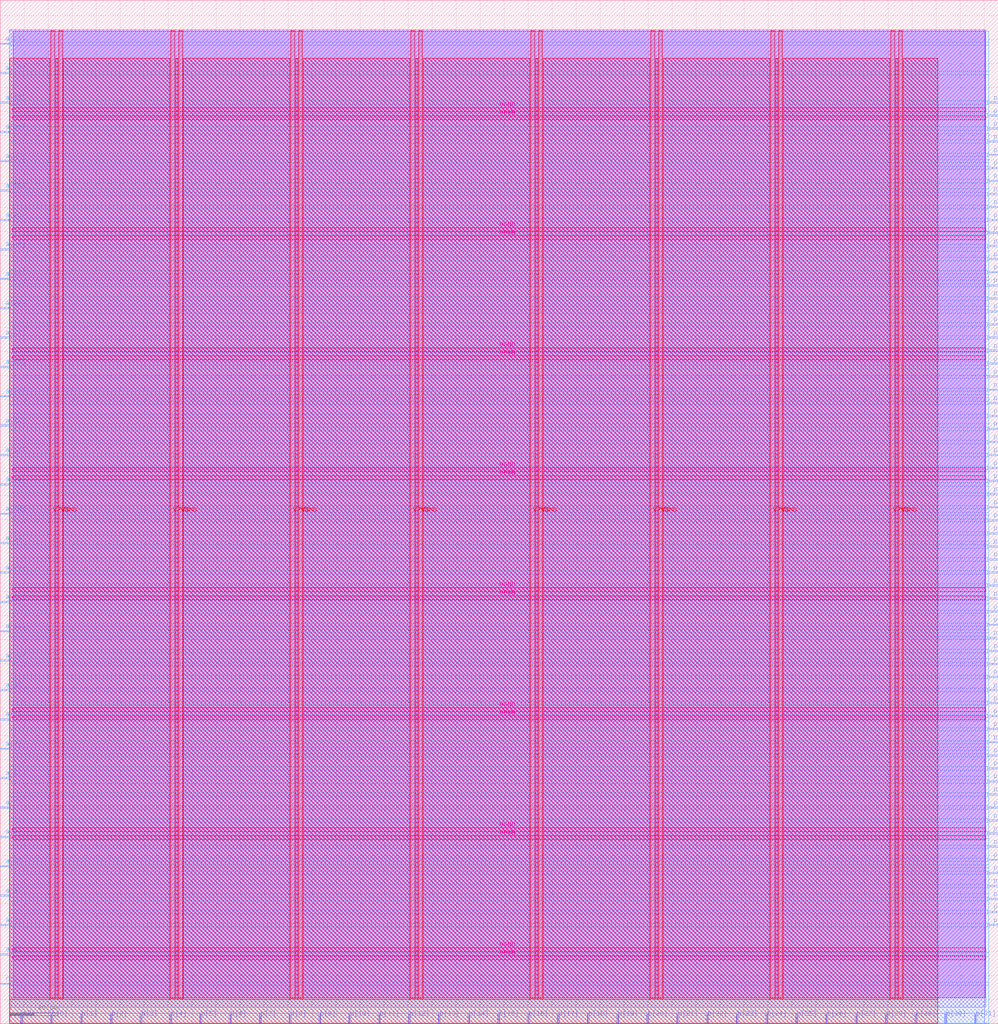
<source format=lef>
VERSION 5.7 ;
  NOWIREEXTENSIONATPIN ON ;
  DIVIDERCHAR "/" ;
  BUSBITCHARS "[]" ;
MACRO pipelined_mult
  CLASS BLOCK ;
  FOREIGN pipelined_mult ;
  ORIGIN 0.000 0.000 ;
  SIZE 415.845 BY 426.565 ;
  PIN VGND
    DIRECTION INOUT ;
    USE GROUND ;
    PORT
      LAYER met4 ;
        RECT 24.340 10.640 25.940 413.680 ;
    END
    PORT
      LAYER met4 ;
        RECT 74.340 10.640 75.940 413.680 ;
    END
    PORT
      LAYER met4 ;
        RECT 124.340 10.640 125.940 413.680 ;
    END
    PORT
      LAYER met4 ;
        RECT 174.340 10.640 175.940 413.680 ;
    END
    PORT
      LAYER met4 ;
        RECT 224.340 10.640 225.940 413.680 ;
    END
    PORT
      LAYER met4 ;
        RECT 274.340 10.640 275.940 413.680 ;
    END
    PORT
      LAYER met4 ;
        RECT 324.340 10.640 325.940 413.680 ;
    END
    PORT
      LAYER met4 ;
        RECT 374.340 10.640 375.940 413.680 ;
    END
    PORT
      LAYER met5 ;
        RECT 5.280 30.030 410.560 31.630 ;
    END
    PORT
      LAYER met5 ;
        RECT 5.280 80.030 410.560 81.630 ;
    END
    PORT
      LAYER met5 ;
        RECT 5.280 130.030 410.560 131.630 ;
    END
    PORT
      LAYER met5 ;
        RECT 5.280 180.030 410.560 181.630 ;
    END
    PORT
      LAYER met5 ;
        RECT 5.280 230.030 410.560 231.630 ;
    END
    PORT
      LAYER met5 ;
        RECT 5.280 280.030 410.560 281.630 ;
    END
    PORT
      LAYER met5 ;
        RECT 5.280 330.030 410.560 331.630 ;
    END
    PORT
      LAYER met5 ;
        RECT 5.280 380.030 410.560 381.630 ;
    END
  END VGND
  PIN VPWR
    DIRECTION INOUT ;
    USE POWER ;
    PORT
      LAYER met4 ;
        RECT 21.040 10.640 22.640 413.680 ;
    END
    PORT
      LAYER met4 ;
        RECT 71.040 10.640 72.640 413.680 ;
    END
    PORT
      LAYER met4 ;
        RECT 121.040 10.640 122.640 413.680 ;
    END
    PORT
      LAYER met4 ;
        RECT 171.040 10.640 172.640 413.680 ;
    END
    PORT
      LAYER met4 ;
        RECT 221.040 10.640 222.640 413.680 ;
    END
    PORT
      LAYER met4 ;
        RECT 271.040 10.640 272.640 413.680 ;
    END
    PORT
      LAYER met4 ;
        RECT 321.040 10.640 322.640 413.680 ;
    END
    PORT
      LAYER met4 ;
        RECT 371.040 10.640 372.640 413.680 ;
    END
    PORT
      LAYER met5 ;
        RECT 5.280 26.730 410.560 28.330 ;
    END
    PORT
      LAYER met5 ;
        RECT 5.280 76.730 410.560 78.330 ;
    END
    PORT
      LAYER met5 ;
        RECT 5.280 126.730 410.560 128.330 ;
    END
    PORT
      LAYER met5 ;
        RECT 5.280 176.730 410.560 178.330 ;
    END
    PORT
      LAYER met5 ;
        RECT 5.280 226.730 410.560 228.330 ;
    END
    PORT
      LAYER met5 ;
        RECT 5.280 276.730 410.560 278.330 ;
    END
    PORT
      LAYER met5 ;
        RECT 5.280 326.730 410.560 328.330 ;
    END
    PORT
      LAYER met5 ;
        RECT 5.280 376.730 410.560 378.330 ;
    END
  END VPWR
  PIN a[0]
    DIRECTION INPUT ;
    USE SIGNAL ;
    ANTENNAGATEAREA 0.196500 ;
    PORT
      LAYER met3 ;
        RECT 0.000 28.600 4.000 29.200 ;
    END
  END a[0]
  PIN a[10]
    DIRECTION INPUT ;
    USE SIGNAL ;
    ANTENNAGATEAREA 0.196500 ;
    PORT
      LAYER met3 ;
        RECT 0.000 151.000 4.000 151.600 ;
    END
  END a[10]
  PIN a[11]
    DIRECTION INPUT ;
    USE SIGNAL ;
    ANTENNAGATEAREA 0.196500 ;
    PORT
      LAYER met3 ;
        RECT 0.000 163.240 4.000 163.840 ;
    END
  END a[11]
  PIN a[12]
    DIRECTION INPUT ;
    USE SIGNAL ;
    ANTENNAGATEAREA 0.196500 ;
    PORT
      LAYER met3 ;
        RECT 0.000 175.480 4.000 176.080 ;
    END
  END a[12]
  PIN a[13]
    DIRECTION INPUT ;
    USE SIGNAL ;
    ANTENNAGATEAREA 0.196500 ;
    PORT
      LAYER met3 ;
        RECT 0.000 187.720 4.000 188.320 ;
    END
  END a[13]
  PIN a[14]
    DIRECTION INPUT ;
    USE SIGNAL ;
    ANTENNAGATEAREA 0.196500 ;
    PORT
      LAYER met3 ;
        RECT 0.000 199.960 4.000 200.560 ;
    END
  END a[14]
  PIN a[15]
    DIRECTION INPUT ;
    USE SIGNAL ;
    ANTENNAGATEAREA 0.196500 ;
    PORT
      LAYER met3 ;
        RECT 0.000 212.200 4.000 212.800 ;
    END
  END a[15]
  PIN a[16]
    DIRECTION INPUT ;
    USE SIGNAL ;
    ANTENNAGATEAREA 0.196500 ;
    PORT
      LAYER met3 ;
        RECT 0.000 224.440 4.000 225.040 ;
    END
  END a[16]
  PIN a[17]
    DIRECTION INPUT ;
    USE SIGNAL ;
    ANTENNAGATEAREA 0.196500 ;
    PORT
      LAYER met3 ;
        RECT 0.000 236.680 4.000 237.280 ;
    END
  END a[17]
  PIN a[18]
    DIRECTION INPUT ;
    USE SIGNAL ;
    ANTENNAGATEAREA 0.196500 ;
    PORT
      LAYER met3 ;
        RECT 0.000 248.920 4.000 249.520 ;
    END
  END a[18]
  PIN a[19]
    DIRECTION INPUT ;
    USE SIGNAL ;
    ANTENNAGATEAREA 0.196500 ;
    PORT
      LAYER met3 ;
        RECT 0.000 261.160 4.000 261.760 ;
    END
  END a[19]
  PIN a[1]
    DIRECTION INPUT ;
    USE SIGNAL ;
    ANTENNAGATEAREA 0.196500 ;
    PORT
      LAYER met3 ;
        RECT 0.000 40.840 4.000 41.440 ;
    END
  END a[1]
  PIN a[20]
    DIRECTION INPUT ;
    USE SIGNAL ;
    ANTENNAGATEAREA 0.196500 ;
    PORT
      LAYER met3 ;
        RECT 0.000 273.400 4.000 274.000 ;
    END
  END a[20]
  PIN a[21]
    DIRECTION INPUT ;
    USE SIGNAL ;
    ANTENNAGATEAREA 0.196500 ;
    PORT
      LAYER met3 ;
        RECT 0.000 285.640 4.000 286.240 ;
    END
  END a[21]
  PIN a[22]
    DIRECTION INPUT ;
    USE SIGNAL ;
    ANTENNAGATEAREA 0.196500 ;
    PORT
      LAYER met3 ;
        RECT 0.000 297.880 4.000 298.480 ;
    END
  END a[22]
  PIN a[23]
    DIRECTION INPUT ;
    USE SIGNAL ;
    ANTENNAGATEAREA 0.196500 ;
    PORT
      LAYER met3 ;
        RECT 0.000 310.120 4.000 310.720 ;
    END
  END a[23]
  PIN a[24]
    DIRECTION INPUT ;
    USE SIGNAL ;
    ANTENNAGATEAREA 0.196500 ;
    PORT
      LAYER met3 ;
        RECT 0.000 322.360 4.000 322.960 ;
    END
  END a[24]
  PIN a[25]
    DIRECTION INPUT ;
    USE SIGNAL ;
    ANTENNAGATEAREA 0.196500 ;
    PORT
      LAYER met3 ;
        RECT 0.000 334.600 4.000 335.200 ;
    END
  END a[25]
  PIN a[26]
    DIRECTION INPUT ;
    USE SIGNAL ;
    ANTENNAGATEAREA 0.196500 ;
    PORT
      LAYER met3 ;
        RECT 0.000 346.840 4.000 347.440 ;
    END
  END a[26]
  PIN a[27]
    DIRECTION INPUT ;
    USE SIGNAL ;
    ANTENNAGATEAREA 0.196500 ;
    PORT
      LAYER met3 ;
        RECT 0.000 359.080 4.000 359.680 ;
    END
  END a[27]
  PIN a[28]
    DIRECTION INPUT ;
    USE SIGNAL ;
    ANTENNAGATEAREA 0.196500 ;
    PORT
      LAYER met3 ;
        RECT 0.000 371.320 4.000 371.920 ;
    END
  END a[28]
  PIN a[29]
    DIRECTION INPUT ;
    USE SIGNAL ;
    ANTENNAGATEAREA 0.196500 ;
    PORT
      LAYER met3 ;
        RECT 0.000 383.560 4.000 384.160 ;
    END
  END a[29]
  PIN a[2]
    DIRECTION INPUT ;
    USE SIGNAL ;
    ANTENNAGATEAREA 0.196500 ;
    PORT
      LAYER met3 ;
        RECT 0.000 53.080 4.000 53.680 ;
    END
  END a[2]
  PIN a[30]
    DIRECTION INPUT ;
    USE SIGNAL ;
    ANTENNAGATEAREA 0.196500 ;
    PORT
      LAYER met3 ;
        RECT 0.000 395.800 4.000 396.400 ;
    END
  END a[30]
  PIN a[31]
    DIRECTION INPUT ;
    USE SIGNAL ;
    ANTENNAGATEAREA 0.196500 ;
    PORT
      LAYER met3 ;
        RECT 0.000 408.040 4.000 408.640 ;
    END
  END a[31]
  PIN a[3]
    DIRECTION INPUT ;
    USE SIGNAL ;
    ANTENNAGATEAREA 0.196500 ;
    PORT
      LAYER met3 ;
        RECT 0.000 65.320 4.000 65.920 ;
    END
  END a[3]
  PIN a[4]
    DIRECTION INPUT ;
    USE SIGNAL ;
    ANTENNAGATEAREA 0.196500 ;
    PORT
      LAYER met3 ;
        RECT 0.000 77.560 4.000 78.160 ;
    END
  END a[4]
  PIN a[5]
    DIRECTION INPUT ;
    USE SIGNAL ;
    ANTENNAGATEAREA 0.196500 ;
    PORT
      LAYER met3 ;
        RECT 0.000 89.800 4.000 90.400 ;
    END
  END a[5]
  PIN a[6]
    DIRECTION INPUT ;
    USE SIGNAL ;
    ANTENNAGATEAREA 0.196500 ;
    PORT
      LAYER met3 ;
        RECT 0.000 102.040 4.000 102.640 ;
    END
  END a[6]
  PIN a[7]
    DIRECTION INPUT ;
    USE SIGNAL ;
    ANTENNAGATEAREA 0.196500 ;
    PORT
      LAYER met3 ;
        RECT 0.000 114.280 4.000 114.880 ;
    END
  END a[7]
  PIN a[8]
    DIRECTION INPUT ;
    USE SIGNAL ;
    ANTENNAGATEAREA 0.196500 ;
    PORT
      LAYER met3 ;
        RECT 0.000 126.520 4.000 127.120 ;
    END
  END a[8]
  PIN a[9]
    DIRECTION INPUT ;
    USE SIGNAL ;
    ANTENNAGATEAREA 0.196500 ;
    PORT
      LAYER met3 ;
        RECT 0.000 138.760 4.000 139.360 ;
    END
  END a[9]
  PIN b[0]
    DIRECTION INPUT ;
    USE SIGNAL ;
    ANTENNAGATEAREA 0.196500 ;
    PORT
      LAYER met2 ;
        RECT 21.250 0.000 21.530 4.000 ;
    END
  END b[0]
  PIN b[10]
    DIRECTION INPUT ;
    USE SIGNAL ;
    ANTENNAGATEAREA 0.196500 ;
    PORT
      LAYER met2 ;
        RECT 145.450 0.000 145.730 4.000 ;
    END
  END b[10]
  PIN b[11]
    DIRECTION INPUT ;
    USE SIGNAL ;
    ANTENNAGATEAREA 0.196500 ;
    PORT
      LAYER met2 ;
        RECT 157.870 0.000 158.150 4.000 ;
    END
  END b[11]
  PIN b[12]
    DIRECTION INPUT ;
    USE SIGNAL ;
    ANTENNAGATEAREA 0.196500 ;
    PORT
      LAYER met2 ;
        RECT 170.290 0.000 170.570 4.000 ;
    END
  END b[12]
  PIN b[13]
    DIRECTION INPUT ;
    USE SIGNAL ;
    ANTENNAGATEAREA 0.196500 ;
    PORT
      LAYER met2 ;
        RECT 182.710 0.000 182.990 4.000 ;
    END
  END b[13]
  PIN b[14]
    DIRECTION INPUT ;
    USE SIGNAL ;
    ANTENNAGATEAREA 0.196500 ;
    PORT
      LAYER met2 ;
        RECT 195.130 0.000 195.410 4.000 ;
    END
  END b[14]
  PIN b[15]
    DIRECTION INPUT ;
    USE SIGNAL ;
    ANTENNAGATEAREA 0.196500 ;
    PORT
      LAYER met2 ;
        RECT 207.550 0.000 207.830 4.000 ;
    END
  END b[15]
  PIN b[16]
    DIRECTION INPUT ;
    USE SIGNAL ;
    ANTENNAGATEAREA 0.196500 ;
    PORT
      LAYER met2 ;
        RECT 219.970 0.000 220.250 4.000 ;
    END
  END b[16]
  PIN b[17]
    DIRECTION INPUT ;
    USE SIGNAL ;
    ANTENNAGATEAREA 0.196500 ;
    PORT
      LAYER met2 ;
        RECT 232.390 0.000 232.670 4.000 ;
    END
  END b[17]
  PIN b[18]
    DIRECTION INPUT ;
    USE SIGNAL ;
    ANTENNAGATEAREA 0.196500 ;
    PORT
      LAYER met2 ;
        RECT 244.810 0.000 245.090 4.000 ;
    END
  END b[18]
  PIN b[19]
    DIRECTION INPUT ;
    USE SIGNAL ;
    ANTENNAGATEAREA 0.196500 ;
    PORT
      LAYER met2 ;
        RECT 257.230 0.000 257.510 4.000 ;
    END
  END b[19]
  PIN b[1]
    DIRECTION INPUT ;
    USE SIGNAL ;
    ANTENNAGATEAREA 0.196500 ;
    PORT
      LAYER met2 ;
        RECT 33.670 0.000 33.950 4.000 ;
    END
  END b[1]
  PIN b[20]
    DIRECTION INPUT ;
    USE SIGNAL ;
    ANTENNAGATEAREA 0.196500 ;
    PORT
      LAYER met2 ;
        RECT 269.650 0.000 269.930 4.000 ;
    END
  END b[20]
  PIN b[21]
    DIRECTION INPUT ;
    USE SIGNAL ;
    ANTENNAGATEAREA 0.196500 ;
    PORT
      LAYER met2 ;
        RECT 282.070 0.000 282.350 4.000 ;
    END
  END b[21]
  PIN b[22]
    DIRECTION INPUT ;
    USE SIGNAL ;
    ANTENNAGATEAREA 0.196500 ;
    PORT
      LAYER met2 ;
        RECT 294.490 0.000 294.770 4.000 ;
    END
  END b[22]
  PIN b[23]
    DIRECTION INPUT ;
    USE SIGNAL ;
    ANTENNAGATEAREA 0.196500 ;
    PORT
      LAYER met2 ;
        RECT 306.910 0.000 307.190 4.000 ;
    END
  END b[23]
  PIN b[24]
    DIRECTION INPUT ;
    USE SIGNAL ;
    ANTENNAGATEAREA 0.196500 ;
    PORT
      LAYER met2 ;
        RECT 319.330 0.000 319.610 4.000 ;
    END
  END b[24]
  PIN b[25]
    DIRECTION INPUT ;
    USE SIGNAL ;
    ANTENNAGATEAREA 0.196500 ;
    PORT
      LAYER met2 ;
        RECT 331.750 0.000 332.030 4.000 ;
    END
  END b[25]
  PIN b[26]
    DIRECTION INPUT ;
    USE SIGNAL ;
    ANTENNAGATEAREA 0.196500 ;
    PORT
      LAYER met2 ;
        RECT 344.170 0.000 344.450 4.000 ;
    END
  END b[26]
  PIN b[27]
    DIRECTION INPUT ;
    USE SIGNAL ;
    ANTENNAGATEAREA 0.196500 ;
    PORT
      LAYER met2 ;
        RECT 356.590 0.000 356.870 4.000 ;
    END
  END b[27]
  PIN b[28]
    DIRECTION INPUT ;
    USE SIGNAL ;
    ANTENNAGATEAREA 0.196500 ;
    PORT
      LAYER met2 ;
        RECT 369.010 0.000 369.290 4.000 ;
    END
  END b[28]
  PIN b[29]
    DIRECTION INPUT ;
    USE SIGNAL ;
    ANTENNAGATEAREA 0.196500 ;
    PORT
      LAYER met2 ;
        RECT 381.430 0.000 381.710 4.000 ;
    END
  END b[29]
  PIN b[2]
    DIRECTION INPUT ;
    USE SIGNAL ;
    ANTENNAGATEAREA 0.196500 ;
    PORT
      LAYER met2 ;
        RECT 46.090 0.000 46.370 4.000 ;
    END
  END b[2]
  PIN b[30]
    DIRECTION INPUT ;
    USE SIGNAL ;
    ANTENNAGATEAREA 0.196500 ;
    PORT
      LAYER met2 ;
        RECT 393.850 0.000 394.130 4.000 ;
    END
  END b[30]
  PIN b[31]
    DIRECTION INPUT ;
    USE SIGNAL ;
    ANTENNAGATEAREA 0.196500 ;
    PORT
      LAYER met2 ;
        RECT 406.270 0.000 406.550 4.000 ;
    END
  END b[31]
  PIN b[3]
    DIRECTION INPUT ;
    USE SIGNAL ;
    ANTENNAGATEAREA 0.196500 ;
    PORT
      LAYER met2 ;
        RECT 58.510 0.000 58.790 4.000 ;
    END
  END b[3]
  PIN b[4]
    DIRECTION INPUT ;
    USE SIGNAL ;
    ANTENNAGATEAREA 0.196500 ;
    PORT
      LAYER met2 ;
        RECT 70.930 0.000 71.210 4.000 ;
    END
  END b[4]
  PIN b[5]
    DIRECTION INPUT ;
    USE SIGNAL ;
    ANTENNAGATEAREA 0.196500 ;
    PORT
      LAYER met2 ;
        RECT 83.350 0.000 83.630 4.000 ;
    END
  END b[5]
  PIN b[6]
    DIRECTION INPUT ;
    USE SIGNAL ;
    ANTENNAGATEAREA 0.196500 ;
    PORT
      LAYER met2 ;
        RECT 95.770 0.000 96.050 4.000 ;
    END
  END b[6]
  PIN b[7]
    DIRECTION INPUT ;
    USE SIGNAL ;
    ANTENNAGATEAREA 0.196500 ;
    PORT
      LAYER met2 ;
        RECT 108.190 0.000 108.470 4.000 ;
    END
  END b[7]
  PIN b[8]
    DIRECTION INPUT ;
    USE SIGNAL ;
    ANTENNAGATEAREA 0.196500 ;
    PORT
      LAYER met2 ;
        RECT 120.610 0.000 120.890 4.000 ;
    END
  END b[8]
  PIN b[9]
    DIRECTION INPUT ;
    USE SIGNAL ;
    ANTENNAGATEAREA 0.196500 ;
    PORT
      LAYER met2 ;
        RECT 133.030 0.000 133.310 4.000 ;
    END
  END b[9]
  PIN clk
    DIRECTION INPUT ;
    USE SIGNAL ;
    ANTENNAGATEAREA 0.852000 ;
    PORT
      LAYER met2 ;
        RECT 8.830 0.000 9.110 4.000 ;
    END
  END clk
  PIN p[0]
    DIRECTION OUTPUT ;
    USE SIGNAL ;
    ANTENNADIFFAREA 0.445500 ;
    PORT
      LAYER met3 ;
        RECT 411.845 40.840 415.845 41.440 ;
    END
  END p[0]
  PIN p[10]
    DIRECTION OUTPUT ;
    USE SIGNAL ;
    ANTENNADIFFAREA 0.445500 ;
    PORT
      LAYER met3 ;
        RECT 411.845 95.240 415.845 95.840 ;
    END
  END p[10]
  PIN p[11]
    DIRECTION OUTPUT ;
    USE SIGNAL ;
    ANTENNADIFFAREA 0.445500 ;
    PORT
      LAYER met3 ;
        RECT 411.845 100.680 415.845 101.280 ;
    END
  END p[11]
  PIN p[12]
    DIRECTION OUTPUT ;
    USE SIGNAL ;
    ANTENNADIFFAREA 0.445500 ;
    PORT
      LAYER met3 ;
        RECT 411.845 106.120 415.845 106.720 ;
    END
  END p[12]
  PIN p[13]
    DIRECTION OUTPUT ;
    USE SIGNAL ;
    ANTENNADIFFAREA 0.445500 ;
    PORT
      LAYER met3 ;
        RECT 411.845 111.560 415.845 112.160 ;
    END
  END p[13]
  PIN p[14]
    DIRECTION OUTPUT ;
    USE SIGNAL ;
    ANTENNADIFFAREA 0.445500 ;
    PORT
      LAYER met3 ;
        RECT 411.845 117.000 415.845 117.600 ;
    END
  END p[14]
  PIN p[15]
    DIRECTION OUTPUT ;
    USE SIGNAL ;
    ANTENNADIFFAREA 0.445500 ;
    PORT
      LAYER met3 ;
        RECT 411.845 122.440 415.845 123.040 ;
    END
  END p[15]
  PIN p[16]
    DIRECTION OUTPUT ;
    USE SIGNAL ;
    ANTENNADIFFAREA 0.445500 ;
    PORT
      LAYER met3 ;
        RECT 411.845 127.880 415.845 128.480 ;
    END
  END p[16]
  PIN p[17]
    DIRECTION OUTPUT ;
    USE SIGNAL ;
    ANTENNADIFFAREA 0.445500 ;
    PORT
      LAYER met3 ;
        RECT 411.845 133.320 415.845 133.920 ;
    END
  END p[17]
  PIN p[18]
    DIRECTION OUTPUT ;
    USE SIGNAL ;
    ANTENNADIFFAREA 0.445500 ;
    PORT
      LAYER met3 ;
        RECT 411.845 138.760 415.845 139.360 ;
    END
  END p[18]
  PIN p[19]
    DIRECTION OUTPUT ;
    USE SIGNAL ;
    ANTENNADIFFAREA 0.445500 ;
    PORT
      LAYER met3 ;
        RECT 411.845 144.200 415.845 144.800 ;
    END
  END p[19]
  PIN p[1]
    DIRECTION OUTPUT ;
    USE SIGNAL ;
    ANTENNADIFFAREA 0.445500 ;
    PORT
      LAYER met3 ;
        RECT 411.845 46.280 415.845 46.880 ;
    END
  END p[1]
  PIN p[20]
    DIRECTION OUTPUT ;
    USE SIGNAL ;
    ANTENNADIFFAREA 0.445500 ;
    PORT
      LAYER met3 ;
        RECT 411.845 149.640 415.845 150.240 ;
    END
  END p[20]
  PIN p[21]
    DIRECTION OUTPUT ;
    USE SIGNAL ;
    ANTENNADIFFAREA 0.445500 ;
    PORT
      LAYER met3 ;
        RECT 411.845 155.080 415.845 155.680 ;
    END
  END p[21]
  PIN p[22]
    DIRECTION OUTPUT ;
    USE SIGNAL ;
    ANTENNADIFFAREA 0.445500 ;
    PORT
      LAYER met3 ;
        RECT 411.845 160.520 415.845 161.120 ;
    END
  END p[22]
  PIN p[23]
    DIRECTION OUTPUT ;
    USE SIGNAL ;
    ANTENNADIFFAREA 0.445500 ;
    PORT
      LAYER met3 ;
        RECT 411.845 165.960 415.845 166.560 ;
    END
  END p[23]
  PIN p[24]
    DIRECTION OUTPUT ;
    USE SIGNAL ;
    ANTENNADIFFAREA 0.445500 ;
    PORT
      LAYER met3 ;
        RECT 411.845 171.400 415.845 172.000 ;
    END
  END p[24]
  PIN p[25]
    DIRECTION OUTPUT ;
    USE SIGNAL ;
    ANTENNADIFFAREA 0.445500 ;
    PORT
      LAYER met3 ;
        RECT 411.845 176.840 415.845 177.440 ;
    END
  END p[25]
  PIN p[26]
    DIRECTION OUTPUT ;
    USE SIGNAL ;
    ANTENNADIFFAREA 0.445500 ;
    PORT
      LAYER met3 ;
        RECT 411.845 182.280 415.845 182.880 ;
    END
  END p[26]
  PIN p[27]
    DIRECTION OUTPUT ;
    USE SIGNAL ;
    ANTENNADIFFAREA 0.445500 ;
    PORT
      LAYER met3 ;
        RECT 411.845 187.720 415.845 188.320 ;
    END
  END p[27]
  PIN p[28]
    DIRECTION OUTPUT ;
    USE SIGNAL ;
    ANTENNADIFFAREA 0.445500 ;
    PORT
      LAYER met3 ;
        RECT 411.845 193.160 415.845 193.760 ;
    END
  END p[28]
  PIN p[29]
    DIRECTION OUTPUT ;
    USE SIGNAL ;
    ANTENNADIFFAREA 0.445500 ;
    PORT
      LAYER met3 ;
        RECT 411.845 198.600 415.845 199.200 ;
    END
  END p[29]
  PIN p[2]
    DIRECTION OUTPUT ;
    USE SIGNAL ;
    ANTENNADIFFAREA 0.445500 ;
    PORT
      LAYER met3 ;
        RECT 411.845 51.720 415.845 52.320 ;
    END
  END p[2]
  PIN p[30]
    DIRECTION OUTPUT ;
    USE SIGNAL ;
    ANTENNADIFFAREA 0.445500 ;
    PORT
      LAYER met3 ;
        RECT 411.845 204.040 415.845 204.640 ;
    END
  END p[30]
  PIN p[31]
    DIRECTION OUTPUT ;
    USE SIGNAL ;
    ANTENNADIFFAREA 0.445500 ;
    PORT
      LAYER met3 ;
        RECT 411.845 209.480 415.845 210.080 ;
    END
  END p[31]
  PIN p[32]
    DIRECTION OUTPUT ;
    USE SIGNAL ;
    ANTENNADIFFAREA 0.445500 ;
    PORT
      LAYER met3 ;
        RECT 411.845 214.920 415.845 215.520 ;
    END
  END p[32]
  PIN p[33]
    DIRECTION OUTPUT ;
    USE SIGNAL ;
    ANTENNADIFFAREA 0.445500 ;
    PORT
      LAYER met3 ;
        RECT 411.845 220.360 415.845 220.960 ;
    END
  END p[33]
  PIN p[34]
    DIRECTION OUTPUT ;
    USE SIGNAL ;
    ANTENNADIFFAREA 0.445500 ;
    PORT
      LAYER met3 ;
        RECT 411.845 225.800 415.845 226.400 ;
    END
  END p[34]
  PIN p[35]
    DIRECTION OUTPUT ;
    USE SIGNAL ;
    ANTENNADIFFAREA 0.445500 ;
    PORT
      LAYER met3 ;
        RECT 411.845 231.240 415.845 231.840 ;
    END
  END p[35]
  PIN p[36]
    DIRECTION OUTPUT ;
    USE SIGNAL ;
    ANTENNADIFFAREA 0.445500 ;
    PORT
      LAYER met3 ;
        RECT 411.845 236.680 415.845 237.280 ;
    END
  END p[36]
  PIN p[37]
    DIRECTION OUTPUT ;
    USE SIGNAL ;
    ANTENNADIFFAREA 0.445500 ;
    PORT
      LAYER met3 ;
        RECT 411.845 242.120 415.845 242.720 ;
    END
  END p[37]
  PIN p[38]
    DIRECTION OUTPUT ;
    USE SIGNAL ;
    ANTENNADIFFAREA 0.445500 ;
    PORT
      LAYER met3 ;
        RECT 411.845 247.560 415.845 248.160 ;
    END
  END p[38]
  PIN p[39]
    DIRECTION OUTPUT ;
    USE SIGNAL ;
    ANTENNADIFFAREA 0.445500 ;
    PORT
      LAYER met3 ;
        RECT 411.845 253.000 415.845 253.600 ;
    END
  END p[39]
  PIN p[3]
    DIRECTION OUTPUT ;
    USE SIGNAL ;
    ANTENNADIFFAREA 0.445500 ;
    PORT
      LAYER met3 ;
        RECT 411.845 57.160 415.845 57.760 ;
    END
  END p[3]
  PIN p[40]
    DIRECTION OUTPUT ;
    USE SIGNAL ;
    ANTENNADIFFAREA 0.445500 ;
    PORT
      LAYER met3 ;
        RECT 411.845 258.440 415.845 259.040 ;
    END
  END p[40]
  PIN p[41]
    DIRECTION OUTPUT ;
    USE SIGNAL ;
    ANTENNADIFFAREA 0.445500 ;
    PORT
      LAYER met3 ;
        RECT 411.845 263.880 415.845 264.480 ;
    END
  END p[41]
  PIN p[42]
    DIRECTION OUTPUT ;
    USE SIGNAL ;
    ANTENNADIFFAREA 0.445500 ;
    PORT
      LAYER met3 ;
        RECT 411.845 269.320 415.845 269.920 ;
    END
  END p[42]
  PIN p[43]
    DIRECTION OUTPUT ;
    USE SIGNAL ;
    ANTENNADIFFAREA 0.445500 ;
    PORT
      LAYER met3 ;
        RECT 411.845 274.760 415.845 275.360 ;
    END
  END p[43]
  PIN p[44]
    DIRECTION OUTPUT ;
    USE SIGNAL ;
    ANTENNADIFFAREA 0.445500 ;
    PORT
      LAYER met3 ;
        RECT 411.845 280.200 415.845 280.800 ;
    END
  END p[44]
  PIN p[45]
    DIRECTION OUTPUT ;
    USE SIGNAL ;
    ANTENNADIFFAREA 0.445500 ;
    PORT
      LAYER met3 ;
        RECT 411.845 285.640 415.845 286.240 ;
    END
  END p[45]
  PIN p[46]
    DIRECTION OUTPUT ;
    USE SIGNAL ;
    ANTENNADIFFAREA 0.445500 ;
    PORT
      LAYER met3 ;
        RECT 411.845 291.080 415.845 291.680 ;
    END
  END p[46]
  PIN p[47]
    DIRECTION OUTPUT ;
    USE SIGNAL ;
    ANTENNADIFFAREA 0.445500 ;
    PORT
      LAYER met3 ;
        RECT 411.845 296.520 415.845 297.120 ;
    END
  END p[47]
  PIN p[48]
    DIRECTION OUTPUT ;
    USE SIGNAL ;
    ANTENNADIFFAREA 0.445500 ;
    PORT
      LAYER met3 ;
        RECT 411.845 301.960 415.845 302.560 ;
    END
  END p[48]
  PIN p[49]
    DIRECTION OUTPUT ;
    USE SIGNAL ;
    ANTENNADIFFAREA 0.445500 ;
    PORT
      LAYER met3 ;
        RECT 411.845 307.400 415.845 308.000 ;
    END
  END p[49]
  PIN p[4]
    DIRECTION OUTPUT ;
    USE SIGNAL ;
    ANTENNADIFFAREA 0.445500 ;
    PORT
      LAYER met3 ;
        RECT 411.845 62.600 415.845 63.200 ;
    END
  END p[4]
  PIN p[50]
    DIRECTION OUTPUT ;
    USE SIGNAL ;
    ANTENNADIFFAREA 0.445500 ;
    PORT
      LAYER met3 ;
        RECT 411.845 312.840 415.845 313.440 ;
    END
  END p[50]
  PIN p[51]
    DIRECTION OUTPUT ;
    USE SIGNAL ;
    ANTENNADIFFAREA 0.445500 ;
    PORT
      LAYER met3 ;
        RECT 411.845 318.280 415.845 318.880 ;
    END
  END p[51]
  PIN p[52]
    DIRECTION OUTPUT ;
    USE SIGNAL ;
    ANTENNADIFFAREA 0.445500 ;
    PORT
      LAYER met3 ;
        RECT 411.845 323.720 415.845 324.320 ;
    END
  END p[52]
  PIN p[53]
    DIRECTION OUTPUT ;
    USE SIGNAL ;
    ANTENNADIFFAREA 0.445500 ;
    PORT
      LAYER met3 ;
        RECT 411.845 329.160 415.845 329.760 ;
    END
  END p[53]
  PIN p[54]
    DIRECTION OUTPUT ;
    USE SIGNAL ;
    ANTENNADIFFAREA 0.445500 ;
    PORT
      LAYER met3 ;
        RECT 411.845 334.600 415.845 335.200 ;
    END
  END p[54]
  PIN p[55]
    DIRECTION OUTPUT ;
    USE SIGNAL ;
    ANTENNADIFFAREA 0.445500 ;
    PORT
      LAYER met3 ;
        RECT 411.845 340.040 415.845 340.640 ;
    END
  END p[55]
  PIN p[56]
    DIRECTION OUTPUT ;
    USE SIGNAL ;
    ANTENNADIFFAREA 0.445500 ;
    PORT
      LAYER met3 ;
        RECT 411.845 345.480 415.845 346.080 ;
    END
  END p[56]
  PIN p[57]
    DIRECTION OUTPUT ;
    USE SIGNAL ;
    ANTENNADIFFAREA 0.445500 ;
    PORT
      LAYER met3 ;
        RECT 411.845 350.920 415.845 351.520 ;
    END
  END p[57]
  PIN p[58]
    DIRECTION OUTPUT ;
    USE SIGNAL ;
    ANTENNADIFFAREA 0.445500 ;
    PORT
      LAYER met3 ;
        RECT 411.845 356.360 415.845 356.960 ;
    END
  END p[58]
  PIN p[59]
    DIRECTION OUTPUT ;
    USE SIGNAL ;
    ANTENNADIFFAREA 0.445500 ;
    PORT
      LAYER met3 ;
        RECT 411.845 361.800 415.845 362.400 ;
    END
  END p[59]
  PIN p[5]
    DIRECTION OUTPUT ;
    USE SIGNAL ;
    ANTENNADIFFAREA 0.445500 ;
    PORT
      LAYER met3 ;
        RECT 411.845 68.040 415.845 68.640 ;
    END
  END p[5]
  PIN p[60]
    DIRECTION OUTPUT ;
    USE SIGNAL ;
    ANTENNADIFFAREA 0.445500 ;
    PORT
      LAYER met3 ;
        RECT 411.845 367.240 415.845 367.840 ;
    END
  END p[60]
  PIN p[61]
    DIRECTION OUTPUT ;
    USE SIGNAL ;
    ANTENNADIFFAREA 0.445500 ;
    PORT
      LAYER met3 ;
        RECT 411.845 372.680 415.845 373.280 ;
    END
  END p[61]
  PIN p[62]
    DIRECTION OUTPUT ;
    USE SIGNAL ;
    ANTENNADIFFAREA 0.445500 ;
    PORT
      LAYER met3 ;
        RECT 411.845 378.120 415.845 378.720 ;
    END
  END p[62]
  PIN p[63]
    DIRECTION OUTPUT ;
    USE SIGNAL ;
    ANTENNADIFFAREA 0.445500 ;
    PORT
      LAYER met3 ;
        RECT 411.845 383.560 415.845 384.160 ;
    END
  END p[63]
  PIN p[6]
    DIRECTION OUTPUT ;
    USE SIGNAL ;
    ANTENNADIFFAREA 0.445500 ;
    PORT
      LAYER met3 ;
        RECT 411.845 73.480 415.845 74.080 ;
    END
  END p[6]
  PIN p[7]
    DIRECTION OUTPUT ;
    USE SIGNAL ;
    ANTENNADIFFAREA 0.445500 ;
    PORT
      LAYER met3 ;
        RECT 411.845 78.920 415.845 79.520 ;
    END
  END p[7]
  PIN p[8]
    DIRECTION OUTPUT ;
    USE SIGNAL ;
    ANTENNADIFFAREA 0.445500 ;
    PORT
      LAYER met3 ;
        RECT 411.845 84.360 415.845 84.960 ;
    END
  END p[8]
  PIN p[9]
    DIRECTION OUTPUT ;
    USE SIGNAL ;
    ANTENNADIFFAREA 0.445500 ;
    PORT
      LAYER met3 ;
        RECT 411.845 89.800 415.845 90.400 ;
    END
  END p[9]
  PIN rst
    DIRECTION INPUT ;
    USE SIGNAL ;
    ANTENNAGATEAREA 0.426000 ;
    PORT
      LAYER met3 ;
        RECT 0.000 16.360 4.000 16.960 ;
    END
  END rst
  OBS
      LAYER nwell ;
        RECT 5.330 10.795 410.510 413.525 ;
      LAYER li1 ;
        RECT 5.520 10.795 410.320 413.525 ;
      LAYER met1 ;
        RECT 3.750 6.840 410.620 414.080 ;
      LAYER met2 ;
        RECT 3.770 4.280 410.220 414.110 ;
        RECT 3.770 0.155 8.550 4.280 ;
        RECT 9.390 0.155 20.970 4.280 ;
        RECT 21.810 0.155 33.390 4.280 ;
        RECT 34.230 0.155 45.810 4.280 ;
        RECT 46.650 0.155 58.230 4.280 ;
        RECT 59.070 0.155 70.650 4.280 ;
        RECT 71.490 0.155 83.070 4.280 ;
        RECT 83.910 0.155 95.490 4.280 ;
        RECT 96.330 0.155 107.910 4.280 ;
        RECT 108.750 0.155 120.330 4.280 ;
        RECT 121.170 0.155 132.750 4.280 ;
        RECT 133.590 0.155 145.170 4.280 ;
        RECT 146.010 0.155 157.590 4.280 ;
        RECT 158.430 0.155 170.010 4.280 ;
        RECT 170.850 0.155 182.430 4.280 ;
        RECT 183.270 0.155 194.850 4.280 ;
        RECT 195.690 0.155 207.270 4.280 ;
        RECT 208.110 0.155 219.690 4.280 ;
        RECT 220.530 0.155 232.110 4.280 ;
        RECT 232.950 0.155 244.530 4.280 ;
        RECT 245.370 0.155 256.950 4.280 ;
        RECT 257.790 0.155 269.370 4.280 ;
        RECT 270.210 0.155 281.790 4.280 ;
        RECT 282.630 0.155 294.210 4.280 ;
        RECT 295.050 0.155 306.630 4.280 ;
        RECT 307.470 0.155 319.050 4.280 ;
        RECT 319.890 0.155 331.470 4.280 ;
        RECT 332.310 0.155 343.890 4.280 ;
        RECT 344.730 0.155 356.310 4.280 ;
        RECT 357.150 0.155 368.730 4.280 ;
        RECT 369.570 0.155 381.150 4.280 ;
        RECT 381.990 0.155 393.570 4.280 ;
        RECT 394.410 0.155 405.990 4.280 ;
        RECT 406.830 0.155 410.220 4.280 ;
      LAYER met3 ;
        RECT 3.745 409.040 411.845 413.605 ;
        RECT 4.400 407.640 411.845 409.040 ;
        RECT 3.745 396.800 411.845 407.640 ;
        RECT 4.400 395.400 411.845 396.800 ;
        RECT 3.745 384.560 411.845 395.400 ;
        RECT 4.400 383.160 411.445 384.560 ;
        RECT 3.745 379.120 411.845 383.160 ;
        RECT 3.745 377.720 411.445 379.120 ;
        RECT 3.745 373.680 411.845 377.720 ;
        RECT 3.745 372.320 411.445 373.680 ;
        RECT 4.400 372.280 411.445 372.320 ;
        RECT 4.400 370.920 411.845 372.280 ;
        RECT 3.745 368.240 411.845 370.920 ;
        RECT 3.745 366.840 411.445 368.240 ;
        RECT 3.745 362.800 411.845 366.840 ;
        RECT 3.745 361.400 411.445 362.800 ;
        RECT 3.745 360.080 411.845 361.400 ;
        RECT 4.400 358.680 411.845 360.080 ;
        RECT 3.745 357.360 411.845 358.680 ;
        RECT 3.745 355.960 411.445 357.360 ;
        RECT 3.745 351.920 411.845 355.960 ;
        RECT 3.745 350.520 411.445 351.920 ;
        RECT 3.745 347.840 411.845 350.520 ;
        RECT 4.400 346.480 411.845 347.840 ;
        RECT 4.400 346.440 411.445 346.480 ;
        RECT 3.745 345.080 411.445 346.440 ;
        RECT 3.745 341.040 411.845 345.080 ;
        RECT 3.745 339.640 411.445 341.040 ;
        RECT 3.745 335.600 411.845 339.640 ;
        RECT 4.400 334.200 411.445 335.600 ;
        RECT 3.745 330.160 411.845 334.200 ;
        RECT 3.745 328.760 411.445 330.160 ;
        RECT 3.745 324.720 411.845 328.760 ;
        RECT 3.745 323.360 411.445 324.720 ;
        RECT 4.400 323.320 411.445 323.360 ;
        RECT 4.400 321.960 411.845 323.320 ;
        RECT 3.745 319.280 411.845 321.960 ;
        RECT 3.745 317.880 411.445 319.280 ;
        RECT 3.745 313.840 411.845 317.880 ;
        RECT 3.745 312.440 411.445 313.840 ;
        RECT 3.745 311.120 411.845 312.440 ;
        RECT 4.400 309.720 411.845 311.120 ;
        RECT 3.745 308.400 411.845 309.720 ;
        RECT 3.745 307.000 411.445 308.400 ;
        RECT 3.745 302.960 411.845 307.000 ;
        RECT 3.745 301.560 411.445 302.960 ;
        RECT 3.745 298.880 411.845 301.560 ;
        RECT 4.400 297.520 411.845 298.880 ;
        RECT 4.400 297.480 411.445 297.520 ;
        RECT 3.745 296.120 411.445 297.480 ;
        RECT 3.745 292.080 411.845 296.120 ;
        RECT 3.745 290.680 411.445 292.080 ;
        RECT 3.745 286.640 411.845 290.680 ;
        RECT 4.400 285.240 411.445 286.640 ;
        RECT 3.745 281.200 411.845 285.240 ;
        RECT 3.745 279.800 411.445 281.200 ;
        RECT 3.745 275.760 411.845 279.800 ;
        RECT 3.745 274.400 411.445 275.760 ;
        RECT 4.400 274.360 411.445 274.400 ;
        RECT 4.400 273.000 411.845 274.360 ;
        RECT 3.745 270.320 411.845 273.000 ;
        RECT 3.745 268.920 411.445 270.320 ;
        RECT 3.745 264.880 411.845 268.920 ;
        RECT 3.745 263.480 411.445 264.880 ;
        RECT 3.745 262.160 411.845 263.480 ;
        RECT 4.400 260.760 411.845 262.160 ;
        RECT 3.745 259.440 411.845 260.760 ;
        RECT 3.745 258.040 411.445 259.440 ;
        RECT 3.745 254.000 411.845 258.040 ;
        RECT 3.745 252.600 411.445 254.000 ;
        RECT 3.745 249.920 411.845 252.600 ;
        RECT 4.400 248.560 411.845 249.920 ;
        RECT 4.400 248.520 411.445 248.560 ;
        RECT 3.745 247.160 411.445 248.520 ;
        RECT 3.745 243.120 411.845 247.160 ;
        RECT 3.745 241.720 411.445 243.120 ;
        RECT 3.745 237.680 411.845 241.720 ;
        RECT 4.400 236.280 411.445 237.680 ;
        RECT 3.745 232.240 411.845 236.280 ;
        RECT 3.745 230.840 411.445 232.240 ;
        RECT 3.745 226.800 411.845 230.840 ;
        RECT 3.745 225.440 411.445 226.800 ;
        RECT 4.400 225.400 411.445 225.440 ;
        RECT 4.400 224.040 411.845 225.400 ;
        RECT 3.745 221.360 411.845 224.040 ;
        RECT 3.745 219.960 411.445 221.360 ;
        RECT 3.745 215.920 411.845 219.960 ;
        RECT 3.745 214.520 411.445 215.920 ;
        RECT 3.745 213.200 411.845 214.520 ;
        RECT 4.400 211.800 411.845 213.200 ;
        RECT 3.745 210.480 411.845 211.800 ;
        RECT 3.745 209.080 411.445 210.480 ;
        RECT 3.745 205.040 411.845 209.080 ;
        RECT 3.745 203.640 411.445 205.040 ;
        RECT 3.745 200.960 411.845 203.640 ;
        RECT 4.400 199.600 411.845 200.960 ;
        RECT 4.400 199.560 411.445 199.600 ;
        RECT 3.745 198.200 411.445 199.560 ;
        RECT 3.745 194.160 411.845 198.200 ;
        RECT 3.745 192.760 411.445 194.160 ;
        RECT 3.745 188.720 411.845 192.760 ;
        RECT 4.400 187.320 411.445 188.720 ;
        RECT 3.745 183.280 411.845 187.320 ;
        RECT 3.745 181.880 411.445 183.280 ;
        RECT 3.745 177.840 411.845 181.880 ;
        RECT 3.745 176.480 411.445 177.840 ;
        RECT 4.400 176.440 411.445 176.480 ;
        RECT 4.400 175.080 411.845 176.440 ;
        RECT 3.745 172.400 411.845 175.080 ;
        RECT 3.745 171.000 411.445 172.400 ;
        RECT 3.745 166.960 411.845 171.000 ;
        RECT 3.745 165.560 411.445 166.960 ;
        RECT 3.745 164.240 411.845 165.560 ;
        RECT 4.400 162.840 411.845 164.240 ;
        RECT 3.745 161.520 411.845 162.840 ;
        RECT 3.745 160.120 411.445 161.520 ;
        RECT 3.745 156.080 411.845 160.120 ;
        RECT 3.745 154.680 411.445 156.080 ;
        RECT 3.745 152.000 411.845 154.680 ;
        RECT 4.400 150.640 411.845 152.000 ;
        RECT 4.400 150.600 411.445 150.640 ;
        RECT 3.745 149.240 411.445 150.600 ;
        RECT 3.745 145.200 411.845 149.240 ;
        RECT 3.745 143.800 411.445 145.200 ;
        RECT 3.745 139.760 411.845 143.800 ;
        RECT 4.400 138.360 411.445 139.760 ;
        RECT 3.745 134.320 411.845 138.360 ;
        RECT 3.745 132.920 411.445 134.320 ;
        RECT 3.745 128.880 411.845 132.920 ;
        RECT 3.745 127.520 411.445 128.880 ;
        RECT 4.400 127.480 411.445 127.520 ;
        RECT 4.400 126.120 411.845 127.480 ;
        RECT 3.745 123.440 411.845 126.120 ;
        RECT 3.745 122.040 411.445 123.440 ;
        RECT 3.745 118.000 411.845 122.040 ;
        RECT 3.745 116.600 411.445 118.000 ;
        RECT 3.745 115.280 411.845 116.600 ;
        RECT 4.400 113.880 411.845 115.280 ;
        RECT 3.745 112.560 411.845 113.880 ;
        RECT 3.745 111.160 411.445 112.560 ;
        RECT 3.745 107.120 411.845 111.160 ;
        RECT 3.745 105.720 411.445 107.120 ;
        RECT 3.745 103.040 411.845 105.720 ;
        RECT 4.400 101.680 411.845 103.040 ;
        RECT 4.400 101.640 411.445 101.680 ;
        RECT 3.745 100.280 411.445 101.640 ;
        RECT 3.745 96.240 411.845 100.280 ;
        RECT 3.745 94.840 411.445 96.240 ;
        RECT 3.745 90.800 411.845 94.840 ;
        RECT 4.400 89.400 411.445 90.800 ;
        RECT 3.745 85.360 411.845 89.400 ;
        RECT 3.745 83.960 411.445 85.360 ;
        RECT 3.745 79.920 411.845 83.960 ;
        RECT 3.745 78.560 411.445 79.920 ;
        RECT 4.400 78.520 411.445 78.560 ;
        RECT 4.400 77.160 411.845 78.520 ;
        RECT 3.745 74.480 411.845 77.160 ;
        RECT 3.745 73.080 411.445 74.480 ;
        RECT 3.745 69.040 411.845 73.080 ;
        RECT 3.745 67.640 411.445 69.040 ;
        RECT 3.745 66.320 411.845 67.640 ;
        RECT 4.400 64.920 411.845 66.320 ;
        RECT 3.745 63.600 411.845 64.920 ;
        RECT 3.745 62.200 411.445 63.600 ;
        RECT 3.745 58.160 411.845 62.200 ;
        RECT 3.745 56.760 411.445 58.160 ;
        RECT 3.745 54.080 411.845 56.760 ;
        RECT 4.400 52.720 411.845 54.080 ;
        RECT 4.400 52.680 411.445 52.720 ;
        RECT 3.745 51.320 411.445 52.680 ;
        RECT 3.745 47.280 411.845 51.320 ;
        RECT 3.745 45.880 411.445 47.280 ;
        RECT 3.745 41.840 411.845 45.880 ;
        RECT 4.400 40.440 411.445 41.840 ;
        RECT 3.745 29.600 411.845 40.440 ;
        RECT 4.400 28.200 411.845 29.600 ;
        RECT 3.745 17.360 411.845 28.200 ;
        RECT 4.400 15.960 411.845 17.360 ;
        RECT 3.745 0.175 411.845 15.960 ;
      LAYER met4 ;
        RECT 3.975 10.240 20.640 402.385 ;
        RECT 23.040 10.240 23.940 402.385 ;
        RECT 26.340 10.240 70.640 402.385 ;
        RECT 73.040 10.240 73.940 402.385 ;
        RECT 76.340 10.240 120.640 402.385 ;
        RECT 123.040 10.240 123.940 402.385 ;
        RECT 126.340 10.240 170.640 402.385 ;
        RECT 173.040 10.240 173.940 402.385 ;
        RECT 176.340 10.240 220.640 402.385 ;
        RECT 223.040 10.240 223.940 402.385 ;
        RECT 226.340 10.240 270.640 402.385 ;
        RECT 273.040 10.240 273.940 402.385 ;
        RECT 276.340 10.240 320.640 402.385 ;
        RECT 323.040 10.240 323.940 402.385 ;
        RECT 326.340 10.240 370.640 402.385 ;
        RECT 373.040 10.240 373.940 402.385 ;
        RECT 376.340 10.240 390.705 402.385 ;
        RECT 3.975 0.175 390.705 10.240 ;
  END
END pipelined_mult
END LIBRARY


</source>
